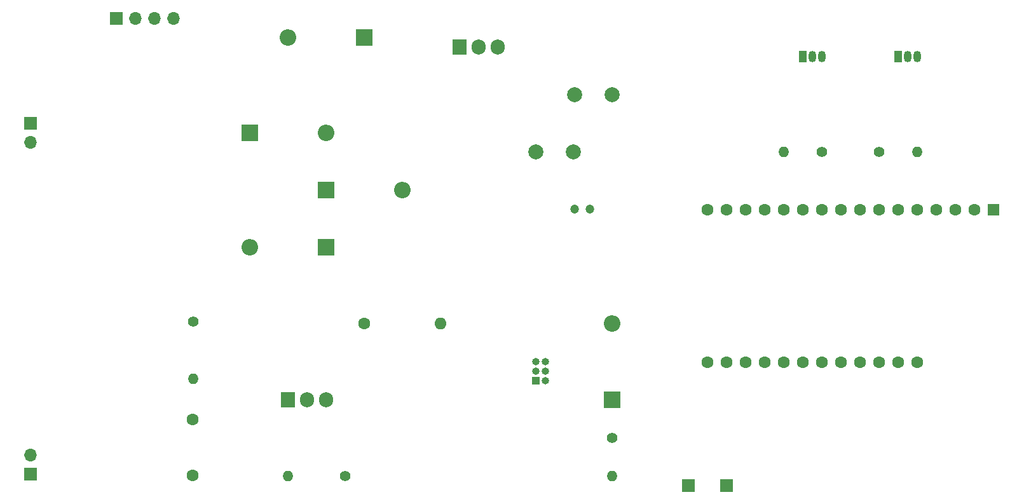
<source format=gbr>
%TF.GenerationSoftware,KiCad,Pcbnew,7.0.2-0*%
%TF.CreationDate,2023-06-25T20:51:01-03:00*%
%TF.ProjectId,Aquario_inteligente,41717561-7269-46f5-9f69-6e74656c6967,rev?*%
%TF.SameCoordinates,Original*%
%TF.FileFunction,Soldermask,Bot*%
%TF.FilePolarity,Negative*%
%FSLAX46Y46*%
G04 Gerber Fmt 4.6, Leading zero omitted, Abs format (unit mm)*
G04 Created by KiCad (PCBNEW 7.0.2-0) date 2023-06-25 20:51:01*
%MOMM*%
%LPD*%
G01*
G04 APERTURE LIST*
%ADD10R,1.700000X1.700000*%
%ADD11C,2.000000*%
%ADD12R,2.200000X2.200000*%
%ADD13O,2.200000X2.200000*%
%ADD14O,1.000000X1.000000*%
%ADD15R,1.000000X1.000000*%
%ADD16R,1.905000X2.000000*%
%ADD17O,1.905000X2.000000*%
%ADD18C,1.600000*%
%ADD19O,1.700000X1.700000*%
%ADD20C,1.400000*%
%ADD21O,1.400000X1.400000*%
%ADD22R,1.050000X1.500000*%
%ADD23O,1.050000X1.500000*%
%ADD24C,1.200000*%
%ADD25R,1.600000X1.600000*%
%ADD26O,1.600000X1.600000*%
G04 APERTURE END LIST*
D10*
%TO.C,J3*%
X181610000Y-139700000D03*
%TD*%
%TO.C,J2*%
X176530000Y-139700000D03*
%TD*%
D11*
%TO.C,C2*%
X156210000Y-95250000D03*
X161210000Y-95250000D03*
%TD*%
D12*
%TO.C,D3*%
X128270000Y-107950000D03*
D13*
X118110000Y-107950000D03*
%TD*%
D14*
%TO.C,U2*%
X157480000Y-125730000D03*
X157480000Y-124460000D03*
X157480000Y-123190000D03*
X156210000Y-123190000D03*
X156210000Y-124460000D03*
D15*
X156210000Y-125730000D03*
%TD*%
D16*
%TO.C,U1*%
X146050000Y-81280000D03*
D17*
X148590000Y-81280000D03*
X151130000Y-81280000D03*
%TD*%
D18*
%TO.C,C4*%
X110490000Y-138350000D03*
X110490000Y-130850000D03*
%TD*%
D10*
%TO.C,J1*%
X88900000Y-138190000D03*
D19*
X88900000Y-135650000D03*
%TD*%
D20*
%TO.C,R1*%
X166370000Y-133350000D03*
D21*
X166370000Y-138430000D03*
%TD*%
D11*
%TO.C,C1*%
X161370000Y-87630000D03*
X166370000Y-87630000D03*
%TD*%
D10*
%TO.C,P1*%
X88900000Y-91440000D03*
D19*
X88900000Y-93980000D03*
%TD*%
D22*
%TO.C,U3*%
X204470000Y-82550000D03*
D23*
X205740000Y-82550000D03*
X207010000Y-82550000D03*
%TD*%
D20*
%TO.C,R4*%
X110575000Y-117840000D03*
D21*
X110575000Y-125460000D03*
%TD*%
D24*
%TO.C,C3*%
X161370000Y-102870000D03*
X163370000Y-102870000D03*
%TD*%
D12*
%TO.C,D5*%
X166370000Y-128270000D03*
D13*
X166370000Y-118110000D03*
%TD*%
D20*
%TO.C,R6*%
X194310000Y-95250000D03*
D21*
X189230000Y-95250000D03*
%TD*%
D22*
%TO.C,U4*%
X191770000Y-82550000D03*
D23*
X193040000Y-82550000D03*
X194310000Y-82550000D03*
%TD*%
D20*
%TO.C,R3*%
X130810000Y-138430000D03*
D21*
X123190000Y-138430000D03*
%TD*%
D20*
%TO.C,R5*%
X201930000Y-95250000D03*
D21*
X207010000Y-95250000D03*
%TD*%
D10*
%TO.C,T1*%
X100330000Y-77470000D03*
D19*
X102870000Y-77470000D03*
X105410000Y-77470000D03*
X107950000Y-77470000D03*
%TD*%
D12*
%TO.C,D2*%
X128270000Y-100330000D03*
D13*
X138430000Y-100330000D03*
%TD*%
D25*
%TO.C,A1*%
X217170000Y-102977500D03*
D18*
X214630000Y-102977500D03*
X212090000Y-102977500D03*
X209550000Y-102977500D03*
X207010000Y-102977500D03*
X204470000Y-102977500D03*
X201930000Y-102977500D03*
X199390000Y-102977500D03*
X196850000Y-102977500D03*
X194310000Y-102977500D03*
X191770000Y-102977500D03*
X189230000Y-102977500D03*
X186690000Y-102977500D03*
X184150000Y-102977500D03*
X181610000Y-102977500D03*
X179070000Y-102977500D03*
X179070000Y-123297500D03*
X181610000Y-123297500D03*
X184150000Y-123297500D03*
X186690000Y-123297500D03*
X189230000Y-123297500D03*
X191770000Y-123297500D03*
X194310000Y-123297500D03*
X196850000Y-123297500D03*
X199390000Y-123297500D03*
X201930000Y-123297500D03*
X204470000Y-123297500D03*
X207010000Y-123297500D03*
%TD*%
D12*
%TO.C,D4*%
X133350000Y-80010000D03*
D13*
X123190000Y-80010000D03*
%TD*%
D16*
%TO.C,Q1*%
X123190000Y-128270000D03*
D17*
X125730000Y-128270000D03*
X128270000Y-128270000D03*
%TD*%
D18*
%TO.C,R2*%
X133350000Y-118110000D03*
D26*
X143510000Y-118110000D03*
%TD*%
D12*
%TO.C,D1*%
X118110000Y-92710000D03*
D13*
X128270000Y-92710000D03*
%TD*%
M02*

</source>
